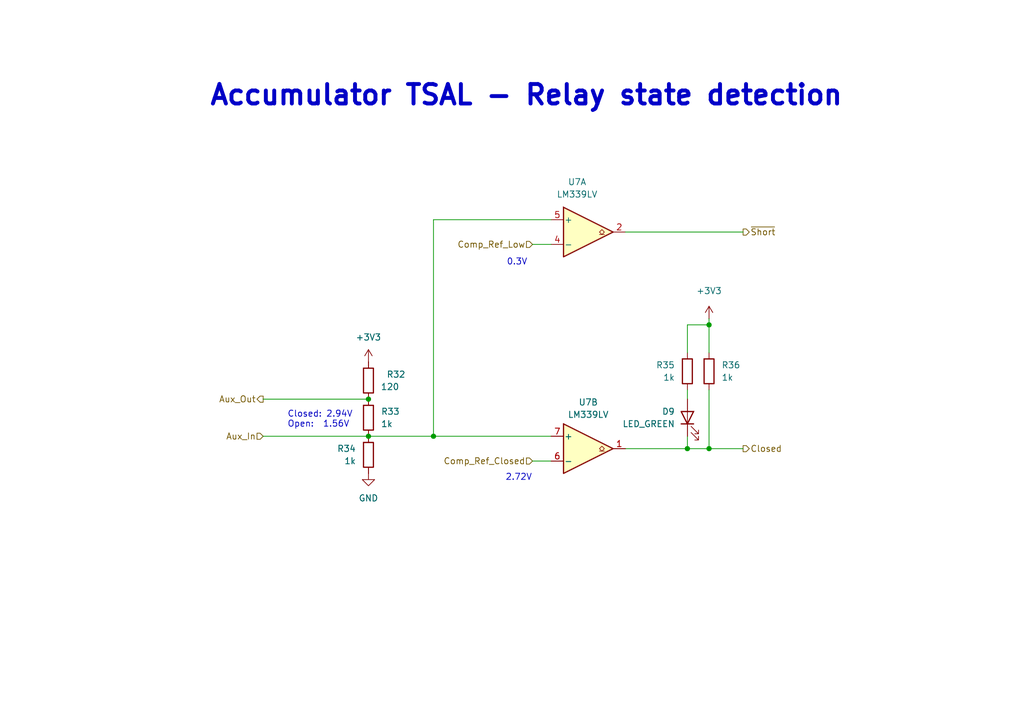
<source format=kicad_sch>
(kicad_sch (version 20250114) (generator "eeschema") (generator_version "9.0")
  (paper "A5")
  (title_block (title "AIR Relay State Detection") (date "2025-03-09") (rev "V1") (comment 1 "Lene Marquardt"))
  (lib_symbols
    (symbol "Comparator:LM339" (pin_names (offset 0.127))
      (property "Reference" "U" (at 0 5.08 0))
      (property "Value" "LM339" (at 0 -5.08 0))
      (symbol "LM339_1_1"
        (polyline (pts (xy -5.08 5.08) (xy 5.08 0) (xy -5.08 -5.08) (xy -5.08 5.08)) (stroke (width 0.254)) (fill (type background)))
        (polyline (pts (xy 3.302 -0.508) (xy 2.794 -0.508) (xy 3.302 0) (xy 2.794 0.508) (xy 2.286 0) (xy 2.794 -0.508) (xy 2.286 -0.508)) (stroke (width 0.127)))
        (pin input line (at -7.62 2.54 0) (length 2.54) (name "+") (number "5"))
        (pin input line (at -7.62 -2.54 0) (length 2.54) (name "-") (number "4"))
        (pin open_collector line (at 7.62 0 180) (length 2.54) (name "~") (number "2"))
      )
      (symbol "LM339_2_1"
        (polyline (pts (xy -5.08 5.08) (xy 5.08 0) (xy -5.08 -5.08) (xy -5.08 5.08)) (stroke (width 0.254)) (fill (type background)))
        (polyline (pts (xy 3.302 -0.508) (xy 2.794 -0.508) (xy 3.302 0) (xy 2.794 0.508) (xy 2.286 0) (xy 2.794 -0.508) (xy 2.286 -0.508)) (stroke (width 0.127)))
        (pin input line (at -7.62 2.54 0) (length 2.54) (name "+") (number "7"))
        (pin input line (at -7.62 -2.54 0) (length 2.54) (name "-") (number "6"))
        (pin open_collector line (at 7.62 0 180) (length 2.54) (name "~") (number "1"))
      )
      (symbol "LM339_3_1"
        (polyline (pts (xy -5.08 5.08) (xy 5.08 0) (xy -5.08 -5.08) (xy -5.08 5.08)) (stroke (width 0.254)) (fill (type background)))
        (polyline (pts (xy 3.302 -0.508) (xy 2.794 -0.508) (xy 3.302 0) (xy 2.794 0.508) (xy 2.286 0) (xy 2.794 -0.508) (xy 2.286 -0.508)) (stroke (width 0.127)))
        (pin input line (at -7.62 2.54 0) (length 2.54) (name "+") (number "11"))
        (pin input line (at -7.62 -2.54 0) (length 2.54) (name "-") (number "10"))
        (pin open_collector line (at 7.62 0 180) (length 2.54) (name "~") (number "13"))
      )
      (symbol "LM339_4_1"
        (polyline (pts (xy -5.08 5.08) (xy 5.08 0) (xy -5.08 -5.08) (xy -5.08 5.08)) (stroke (width 0.254)) (fill (type background)))
        (polyline (pts (xy 3.302 -0.508) (xy 2.794 -0.508) (xy 3.302 0) (xy 2.794 0.508) (xy 2.286 0) (xy 2.794 -0.508) (xy 2.286 -0.508)) (stroke (width 0.127)))
        (pin input line (at -7.62 2.54 0) (length 2.54) (name "+") (number "9"))
        (pin input line (at -7.62 -2.54 0) (length 2.54) (name "-") (number "8"))
        (pin open_collector line (at 7.62 0 180) (length 2.54) (name "~") (number "14"))
      )
      (symbol "LM339_5_1"
        (pin power_in line (at -2.54 7.62 270) (length 3.81) (name "V+") (number "3"))
        (pin power_in line (at -2.54 -7.62 90) (length 3.81) (name "V-") (number "12"))
      )
    )
    (symbol "Device:LED" (pin_numbers (hide yes)) (pin_names (offset 1.016) (hide yes))
      (property "Reference" "D" (at 0 2.54 0))
      (property "Value" "LED" (at 0 -2.54 0))
      (symbol "LED_0_1"
        (polyline (pts (xy -3.048 -0.762) (xy -4.572 -2.286) (xy -3.81 -2.286) (xy -4.572 -2.286) (xy -4.572 -1.524)))
        (polyline (pts (xy -1.778 -0.762) (xy -3.302 -2.286) (xy -2.54 -2.286) (xy -3.302 -2.286) (xy -3.302 -1.524)))
        (polyline (pts (xy -1.27 0) (xy 1.27 0)))
        (polyline (pts (xy -1.27 -1.27) (xy -1.27 1.27)) (stroke (width 0.254)))
        (polyline (pts (xy 1.27 -1.27) (xy 1.27 1.27) (xy -1.27 0) (xy 1.27 -1.27)) (stroke (width 0.254)))
      )
      (symbol "LED_1_1"
        (pin passive line (at -3.81 0 0) (length 2.54) (name "K") (number "1"))
        (pin passive line (at 3.81 0 180) (length 2.54) (name "A") (number "2"))
      )
    )
    (symbol "Device:R" (pin_numbers (hide yes)) (pin_names (offset 0))
      (property "Reference" "R" (at 2.032 0 90))
      (property "Value" "R" (at 0 0 90))
      (symbol "R_0_1"
        (rectangle (start -1.016 -2.54) (end 1.016 2.54) (stroke (width 0.254)))
      )
      (symbol "R_1_1"
        (pin passive line (at 0 3.81 270) (length 1.27) (name "~") (number "1"))
        (pin passive line (at 0 -3.81 90) (length 1.27) (name "~") (number "2"))
      )
    )
    (symbol "power:+3V3" (power) (pin_numbers (hide yes)) (pin_names (offset 0) (hide yes))
      (property "Value" "+3V3" (at 0 3.556 0))
      (symbol "+3V3_0_1"
        (polyline (pts (xy -0.762 1.27) (xy 0 2.54)))
        (polyline (pts (xy 0 2.54) (xy 0.762 1.27)))
        (polyline (pts (xy 0 0) (xy 0 2.54)))
      )
      (symbol "+3V3_1_1"
        (pin power_in line (at 0 0 90) (length 0) (name "~") (number "1"))
      )
    )
    (symbol "power:GND" (power) (pin_numbers (hide yes)) (pin_names (offset 0) (hide yes))
      (property "Value" "GND" (at 0 -3.81 0))
      (symbol "GND_0_1"
        (polyline (pts (xy 0 0) (xy 0 -1.27) (xy 1.27 -1.27) (xy 0 -2.54) (xy -1.27 -1.27) (xy 0 -1.27)))
      )
      (symbol "GND_1_1"
        (pin power_in line (at 0 0 270) (length 0) (name "~") (number "1"))
      )
    )
  )
  (text "Accumulator TSAL - Relay state detection" (at 107.95 19.685 0) (effects (font (size 4 4) (bold yes))))
  (text "0.3V" (at 103.886 54.61 0) (effects (font (size 1.27 1.27)) (justify left bottom)))
  (text "2.72V" (at 103.632 98.806 0) (effects (font (size 1.27 1.27)) (justify left bottom)))
  (text "Closed: 2.94V\nOpen:  1.56V" (at 58.928 87.884 0) (effects (font (size 1.27 1.27)) (justify left bottom)))
  (junction (at 140.97 92.075))
  (junction (at 145.415 92.075))
  (junction (at 88.9 89.535))
  (junction (at 75.565 81.915))
  (junction (at 75.565 89.535))
  (junction (at 145.415 66.675))
  (wire (pts (xy 145.415 80.01) (xy 145.415 92.075)))
  (wire (pts (xy 53.975 81.915) (xy 75.565 81.915)))
  (wire (pts (xy 75.565 89.535) (xy 88.9 89.535)))
  (wire (pts (xy 145.415 66.675) (xy 145.415 72.39)))
  (wire (pts (xy 145.415 65.405) (xy 145.415 66.675)))
  (wire (pts (xy 128.27 92.075) (xy 140.97 92.075)))
  (wire (pts (xy 109.22 94.615) (xy 113.03 94.615)))
  (wire (pts (xy 128.27 47.625) (xy 152.4 47.625)))
  (wire (pts (xy 109.22 50.165) (xy 113.03 50.165)))
  (wire (pts (xy 88.9 45.085) (xy 88.9 89.535)))
  (wire (pts (xy 140.97 80.01) (xy 140.97 81.915)))
  (wire (pts (xy 145.415 92.075) (xy 152.4 92.075)))
  (wire (pts (xy 53.975 89.535) (xy 75.565 89.535)))
  (wire (pts (xy 140.97 66.675) (xy 140.97 72.39)))
  (wire (pts (xy 88.9 89.535) (xy 113.03 89.535)))
  (wire (pts (xy 88.9 45.085) (xy 113.03 45.085)))
  (wire (pts (xy 140.97 89.535) (xy 140.97 92.075)))
  (wire (pts (xy 140.97 66.675) (xy 145.415 66.675)))
  (wire (pts (xy 140.97 92.075) (xy 145.415 92.075)))
  (hierarchical_label "Comp_Ref_Closed" (shape input) (at 109.22 94.615 180))
  (hierarchical_label "Aux_In" (shape input) (at 53.975 89.535 180))
  (hierarchical_label "Comp_Ref_Low" (shape input) (at 109.22 50.165 180))
  (hierarchical_label "Closed" (shape output) (at 152.4 92.075 0))
  (hierarchical_label "~{Short}" (shape output) (at 152.4 47.625 0))
  (hierarchical_label "Aux_Out" (shape output) (at 53.975 81.915 180))
  (symbol (lib_id "power:+3V3") (at 145.415 65.405 0) (unit 1)
    (property "Reference" "#PWR034" (effects (hide yes)))
    (property "Value" "+3V3" (at 145.415 59.69 0))
    (property "Description" "Power symbol creates a global label with name \"+3V3\"" (effects (hide yes)))
    (instances (project "Master_FT25" (path "" (reference "#PWR037") (unit 1)) (path "" (reference "#PWR034") (unit 1))))
  )
  (symbol (lib_id "Comparator:LM339") (at 120.65 92.075 0) (unit 4)
    (property "Reference" "U7" (at 120.65 82.55 0))
    (property "Value" "LM339LV" (at 120.65 85.09 0))
    (property "Footprint" "Package_SO:TSSOP-14_4.4x5mm_P0.65mm" (effects (hide yes)))
    (property "Datasheet" "https://www.st.com/resource/en/datasheet/lm139.pdf" (effects (hide yes)))
    (property "Description" "Quad Differential Comparators, SOIC-14/TSSOP-14" (effects (hide yes)))
    (instances (project "Master_FT25" (path "" (reference "U7") (unit 2)) (path "" (reference "U7") (unit 4))))
  )
  (symbol (lib_id "Comparator:LM339") (at 120.65 47.625 0) (unit 3)
    (property "Reference" "U7" (at 118.364 37.338 0))
    (property "Value" "LM339LV" (at 118.364 39.878 0))
    (property "Footprint" "Package_SO:TSSOP-14_4.4x5mm_P0.65mm" (effects (hide yes)))
    (property "Datasheet" "https://www.st.com/resource/en/datasheet/lm139.pdf" (effects (hide yes)))
    (property "Description" "Quad Differential Comparators, SOIC-14/TSSOP-14" (effects (hide yes)))
    (instances (project "Master_FT25" (path "" (reference "U7") (unit 1)) (path "" (reference "U7") (unit 3))))
  )
  (symbol (lib_id "Device:R") (at 75.565 78.105 0) (mirror x) (unit 1)
    (property "Reference" "R27" (at 83.185 76.835 0) (effects (justify right)))
    (property "Value" "120" (at 81.915 79.375 0) (effects (justify right)))
    (property "Footprint" "Resistor_SMD:R_0603_1608Metric" (effects (hide yes)))
    (property "Description" "Resistor" (effects (hide yes)))
    (instances (project "Master_FT25" (path "" (reference "R32") (unit 1)) (path "" (reference "R27") (unit 1))))
  )
  (symbol (lib_id "power:+3V3") (at 75.565 74.295 0) (mirror y) (unit 1)
    (property "Reference" "#PWR032" (effects (hide yes)))
    (property "Value" "+3V3" (at 75.565 69.215 0))
    (property "Description" "Power symbol creates a global label with name \"+3V3\"" (effects (hide yes)))
    (instances (project "Master_FT25" (path "" (reference "#PWR035") (unit 1)) (path "" (reference "#PWR032") (unit 1))))
  )
  (symbol (lib_id "power:GND") (at 75.565 97.155 0) (mirror y) (unit 1)
    (property "Reference" "#PWR033" (effects (hide yes)))
    (property "Value" "GND" (at 75.565 102.235 0))
    (property "Description" "Power symbol creates a global label with name \"GND\" , ground" (effects (hide yes)))
    (instances (project "Master_FT25" (path "" (reference "#PWR036") (unit 1)) (path "" (reference "#PWR033") (unit 1))))
  )
  (symbol (lib_id "Device:R") (at 75.565 93.345 0) (mirror x) (unit 1)
    (property "Reference" "R29" (at 73.025 92.0749 0) (effects (justify right)))
    (property "Value" "1k" (at 73.025 94.6149 0) (effects (justify right)))
    (property "Footprint" "Resistor_SMD:R_0603_1608Metric" (effects (hide yes)))
    (property "Description" "Resistor" (effects (hide yes)))
    (instances (project "Master_FT25" (path "" (reference "R34") (unit 1)) (path "" (reference "R29") (unit 1))))
  )
  (symbol (lib_id "Device:R") (at 75.565 85.725 0) (mirror y) (unit 1)
    (property "Reference" "R28" (at 78.105 84.455 0) (effects (justify right)))
    (property "Value" "1k" (at 78.105 86.995 0) (effects (justify right)))
    (property "Footprint" "Resistor_SMD:R_0603_1608Metric" (effects (hide yes)))
    (property "Description" "Resistor" (effects (hide yes)))
    (instances (project "Master_FT25" (path "" (reference "R33") (unit 1)) (path "" (reference "R28") (unit 1))))
  )
  (symbol (lib_id "Device:R") (at 140.97 76.2 0) (mirror x) (unit 1)
    (property "Reference" "R30" (at 138.43 74.9299 0) (effects (justify right)))
    (property "Value" "1k" (at 138.43 77.4699 0) (effects (justify right)))
    (property "Footprint" "Resistor_SMD:R_0603_1608Metric" (effects (hide yes)))
    (property "Description" "Resistor" (effects (hide yes)))
    (instances (project "Master_FT25" (path "" (reference "R35") (unit 1)) (path "" (reference "R30") (unit 1))))
  )
  (symbol (lib_id "Device:R") (at 145.415 76.2 0) (unit 1)
    (property "Reference" "R31" (at 147.955 74.9299 0) (effects (justify left)))
    (property "Value" "1k" (at 147.955 77.4699 0) (effects (justify left)))
    (property "Footprint" "Resistor_SMD:R_0603_1608Metric" (effects (hide yes)))
    (property "Description" "Resistor" (effects (hide yes)))
    (instances (project "Master_FT25" (path "" (reference "R36") (unit 1)) (path "" (reference "R31") (unit 1))))
  )
  (symbol (lib_id "Device:LED") (at 140.97 85.725 90) (unit 1)
    (property "Reference" "D8" (at 138.43 84.455 90) (effects (justify left)))
    (property "Value" "LED_GREEN" (at 138.43 86.995 90) (effects (justify left)))
    (property "Footprint" "LED_SMD:LED_0603_1608Metric" (effects (hide yes)))
    (property "Description" "Light emitting diode" (effects (hide yes)))
    (instances (project "Master_FT25" (path "" (reference "D9") (unit 1)) (path "" (reference "D8") (unit 1))))
  )
)
</source>
